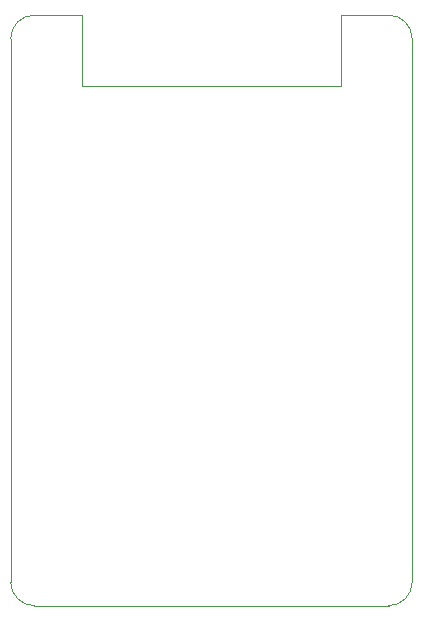
<source format=gm1>
G04 #@! TF.GenerationSoftware,KiCad,Pcbnew,8.0.2*
G04 #@! TF.CreationDate,2024-05-24T09:08:15+10:00*
G04 #@! TF.ProjectId,design,64657369-676e-42e6-9b69-6361645f7063,rev?*
G04 #@! TF.SameCoordinates,Original*
G04 #@! TF.FileFunction,Profile,NP*
%FSLAX46Y46*%
G04 Gerber Fmt 4.6, Leading zero omitted, Abs format (unit mm)*
G04 Created by KiCad (PCBNEW 8.0.2) date 2024-05-24 09:08:15*
%MOMM*%
%LPD*%
G01*
G04 APERTURE LIST*
G04 #@! TA.AperFunction,Profile*
%ADD10C,0.100000*%
G04 #@! TD*
G04 APERTURE END LIST*
D10*
X85000000Y-115000000D02*
G75*
G02*
X83000000Y-113000000I0J2000000D01*
G01*
X115000000Y-115000000D02*
X85000000Y-115000000D01*
X83000000Y-113000000D02*
X83000000Y-67000000D01*
X117000000Y-67000000D02*
X117000000Y-113000000D01*
X115000000Y-65000000D02*
X111000000Y-65000000D01*
X89000000Y-71000000D02*
X89000000Y-65000000D01*
X115000000Y-65000000D02*
G75*
G02*
X117000000Y-67000000I0J-2000000D01*
G01*
X111000000Y-71000000D02*
X89000000Y-71000000D01*
X89000000Y-65000000D02*
X85000000Y-65000000D01*
X83000000Y-67000000D02*
G75*
G02*
X85000000Y-65000000I2000000J0D01*
G01*
X111000000Y-65000000D02*
X111000000Y-71000000D01*
X117000000Y-113000000D02*
G75*
G02*
X115000000Y-115000000I-2000000J0D01*
G01*
M02*

</source>
